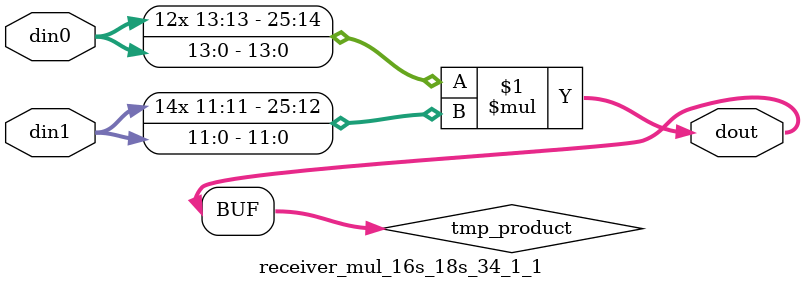
<source format=v>

`timescale 1 ns / 1 ps

  module receiver_mul_16s_18s_34_1_1(din0, din1, dout);
parameter ID = 1;
parameter NUM_STAGE = 0;
parameter din0_WIDTH = 14;
parameter din1_WIDTH = 12;
parameter dout_WIDTH = 26;

input [din0_WIDTH - 1 : 0] din0; 
input [din1_WIDTH - 1 : 0] din1; 
output [dout_WIDTH - 1 : 0] dout;

wire signed [dout_WIDTH - 1 : 0] tmp_product;













assign tmp_product = $signed(din0) * $signed(din1);








assign dout = tmp_product;







endmodule

</source>
